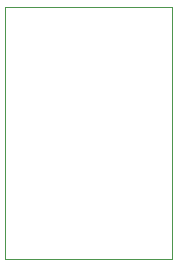
<source format=gbr>
%TF.GenerationSoftware,KiCad,Pcbnew,9.0.0*%
%TF.CreationDate,2025-04-25T12:11:26-04:00*%
%TF.ProjectId,PawPlans,50617750-6c61-46e7-932e-6b696361645f,0.5.0*%
%TF.SameCoordinates,Original*%
%TF.FileFunction,Profile,NP*%
%FSLAX46Y46*%
G04 Gerber Fmt 4.6, Leading zero omitted, Abs format (unit mm)*
G04 Created by KiCad (PCBNEW 9.0.0) date 2025-04-25 12:11:26*
%MOMM*%
%LPD*%
G01*
G04 APERTURE LIST*
%TA.AperFunction,Profile*%
%ADD10C,0.050000*%
%TD*%
G04 APERTURE END LIST*
D10*
X97000000Y-55945000D02*
X111200000Y-55945000D01*
X111200000Y-77345000D01*
X97000000Y-77345000D01*
X97000000Y-55945000D01*
M02*

</source>
